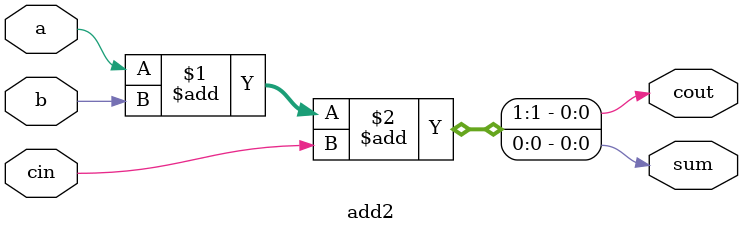
<source format=v>
module top_module(
        input [ 99: 0 ] a, b,
        input cin,
        output [ 99: 0 ] cout,
        output [ 99: 0 ] sum );


    genvar i;
    generate
        for ( i = 0; i < 100; i = i + 1 ) begin:add100
            if ( i == 0 ) begin
                add2 add2_inst(
                         .a ( a[ i ] ),
                         .b ( b[ i ] ),
                         .cin( cin ),
                         .sum( sum[ i ] ),
                         .cout( cout[ i ] )
                     );
            end
            else begin
                add2 add2_inst(
                         .a ( a[ i ] ),
                         .b ( b[ i ] ),
                         .cin( cout[ i - 1'b1 ] ),
                         .sum( sum[ i ] ),
                         .cout( cout[ i ] )
                     );
            end
        end
    endgenerate


endmodule

module add2(

        input a,
        input b,
        input cin,

        output sum,
        output cout

    );

    assign { cout, sum } = a + b + cin;



endmodule

</source>
